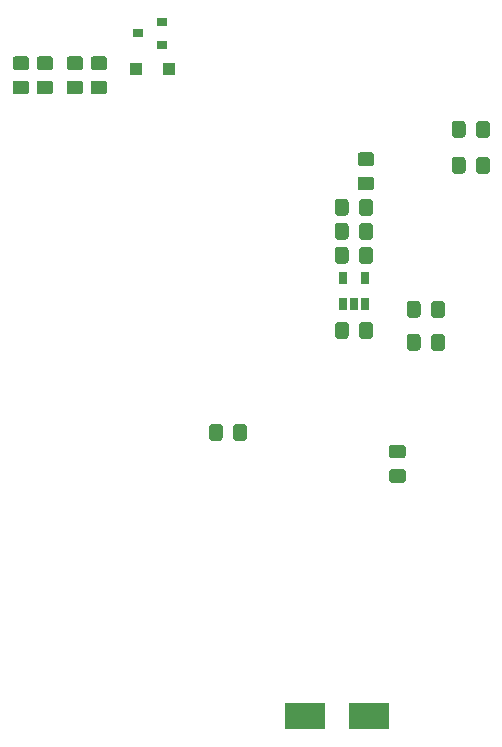
<source format=gbr>
%TF.GenerationSoftware,KiCad,Pcbnew,(5.1.5)-3*%
%TF.CreationDate,2021-07-21T11:08:43+02:00*%
%TF.ProjectId,cece-pcb,63656365-2d70-4636-922e-6b696361645f,rev?*%
%TF.SameCoordinates,Original*%
%TF.FileFunction,Paste,Bot*%
%TF.FilePolarity,Positive*%
%FSLAX46Y46*%
G04 Gerber Fmt 4.6, Leading zero omitted, Abs format (unit mm)*
G04 Created by KiCad (PCBNEW (5.1.5)-3) date 2021-07-21 11:08:43*
%MOMM*%
%LPD*%
G04 APERTURE LIST*
%ADD10C,0.100000*%
%ADD11R,1.100000X1.100000*%
%ADD12R,0.900000X0.800000*%
%ADD13R,0.650000X1.060000*%
%ADD14R,3.500000X2.300000*%
G04 APERTURE END LIST*
D10*
%TO.C,R109*%
G36*
X123557505Y-59499204D02*
G01*
X123581773Y-59502804D01*
X123605572Y-59508765D01*
X123628671Y-59517030D01*
X123650850Y-59527520D01*
X123671893Y-59540132D01*
X123691599Y-59554747D01*
X123709777Y-59571223D01*
X123726253Y-59589401D01*
X123740868Y-59609107D01*
X123753480Y-59630150D01*
X123763970Y-59652329D01*
X123772235Y-59675428D01*
X123778196Y-59699227D01*
X123781796Y-59723495D01*
X123783000Y-59747999D01*
X123783000Y-60648001D01*
X123781796Y-60672505D01*
X123778196Y-60696773D01*
X123772235Y-60720572D01*
X123763970Y-60743671D01*
X123753480Y-60765850D01*
X123740868Y-60786893D01*
X123726253Y-60806599D01*
X123709777Y-60824777D01*
X123691599Y-60841253D01*
X123671893Y-60855868D01*
X123650850Y-60868480D01*
X123628671Y-60878970D01*
X123605572Y-60887235D01*
X123581773Y-60893196D01*
X123557505Y-60896796D01*
X123533001Y-60898000D01*
X122882999Y-60898000D01*
X122858495Y-60896796D01*
X122834227Y-60893196D01*
X122810428Y-60887235D01*
X122787329Y-60878970D01*
X122765150Y-60868480D01*
X122744107Y-60855868D01*
X122724401Y-60841253D01*
X122706223Y-60824777D01*
X122689747Y-60806599D01*
X122675132Y-60786893D01*
X122662520Y-60765850D01*
X122652030Y-60743671D01*
X122643765Y-60720572D01*
X122637804Y-60696773D01*
X122634204Y-60672505D01*
X122633000Y-60648001D01*
X122633000Y-59747999D01*
X122634204Y-59723495D01*
X122637804Y-59699227D01*
X122643765Y-59675428D01*
X122652030Y-59652329D01*
X122662520Y-59630150D01*
X122675132Y-59609107D01*
X122689747Y-59589401D01*
X122706223Y-59571223D01*
X122724401Y-59554747D01*
X122744107Y-59540132D01*
X122765150Y-59527520D01*
X122787329Y-59517030D01*
X122810428Y-59508765D01*
X122834227Y-59502804D01*
X122858495Y-59499204D01*
X122882999Y-59498000D01*
X123533001Y-59498000D01*
X123557505Y-59499204D01*
G37*
G36*
X121507505Y-59499204D02*
G01*
X121531773Y-59502804D01*
X121555572Y-59508765D01*
X121578671Y-59517030D01*
X121600850Y-59527520D01*
X121621893Y-59540132D01*
X121641599Y-59554747D01*
X121659777Y-59571223D01*
X121676253Y-59589401D01*
X121690868Y-59609107D01*
X121703480Y-59630150D01*
X121713970Y-59652329D01*
X121722235Y-59675428D01*
X121728196Y-59699227D01*
X121731796Y-59723495D01*
X121733000Y-59747999D01*
X121733000Y-60648001D01*
X121731796Y-60672505D01*
X121728196Y-60696773D01*
X121722235Y-60720572D01*
X121713970Y-60743671D01*
X121703480Y-60765850D01*
X121690868Y-60786893D01*
X121676253Y-60806599D01*
X121659777Y-60824777D01*
X121641599Y-60841253D01*
X121621893Y-60855868D01*
X121600850Y-60868480D01*
X121578671Y-60878970D01*
X121555572Y-60887235D01*
X121531773Y-60893196D01*
X121507505Y-60896796D01*
X121483001Y-60898000D01*
X120832999Y-60898000D01*
X120808495Y-60896796D01*
X120784227Y-60893196D01*
X120760428Y-60887235D01*
X120737329Y-60878970D01*
X120715150Y-60868480D01*
X120694107Y-60855868D01*
X120674401Y-60841253D01*
X120656223Y-60824777D01*
X120639747Y-60806599D01*
X120625132Y-60786893D01*
X120612520Y-60765850D01*
X120602030Y-60743671D01*
X120593765Y-60720572D01*
X120587804Y-60696773D01*
X120584204Y-60672505D01*
X120583000Y-60648001D01*
X120583000Y-59747999D01*
X120584204Y-59723495D01*
X120587804Y-59699227D01*
X120593765Y-59675428D01*
X120602030Y-59652329D01*
X120612520Y-59630150D01*
X120625132Y-59609107D01*
X120639747Y-59589401D01*
X120656223Y-59571223D01*
X120674401Y-59554747D01*
X120694107Y-59540132D01*
X120715150Y-59527520D01*
X120737329Y-59517030D01*
X120760428Y-59508765D01*
X120784227Y-59502804D01*
X120808495Y-59499204D01*
X120832999Y-59498000D01*
X121483001Y-59498000D01*
X121507505Y-59499204D01*
G37*
%TD*%
%TO.C,R106*%
G36*
X136999505Y-61266204D02*
G01*
X137023773Y-61269804D01*
X137047572Y-61275765D01*
X137070671Y-61284030D01*
X137092850Y-61294520D01*
X137113893Y-61307132D01*
X137133599Y-61321747D01*
X137151777Y-61338223D01*
X137168253Y-61356401D01*
X137182868Y-61376107D01*
X137195480Y-61397150D01*
X137205970Y-61419329D01*
X137214235Y-61442428D01*
X137220196Y-61466227D01*
X137223796Y-61490495D01*
X137225000Y-61514999D01*
X137225000Y-62165001D01*
X137223796Y-62189505D01*
X137220196Y-62213773D01*
X137214235Y-62237572D01*
X137205970Y-62260671D01*
X137195480Y-62282850D01*
X137182868Y-62303893D01*
X137168253Y-62323599D01*
X137151777Y-62341777D01*
X137133599Y-62358253D01*
X137113893Y-62372868D01*
X137092850Y-62385480D01*
X137070671Y-62395970D01*
X137047572Y-62404235D01*
X137023773Y-62410196D01*
X136999505Y-62413796D01*
X136975001Y-62415000D01*
X136074999Y-62415000D01*
X136050495Y-62413796D01*
X136026227Y-62410196D01*
X136002428Y-62404235D01*
X135979329Y-62395970D01*
X135957150Y-62385480D01*
X135936107Y-62372868D01*
X135916401Y-62358253D01*
X135898223Y-62341777D01*
X135881747Y-62323599D01*
X135867132Y-62303893D01*
X135854520Y-62282850D01*
X135844030Y-62260671D01*
X135835765Y-62237572D01*
X135829804Y-62213773D01*
X135826204Y-62189505D01*
X135825000Y-62165001D01*
X135825000Y-61514999D01*
X135826204Y-61490495D01*
X135829804Y-61466227D01*
X135835765Y-61442428D01*
X135844030Y-61419329D01*
X135854520Y-61397150D01*
X135867132Y-61376107D01*
X135881747Y-61356401D01*
X135898223Y-61338223D01*
X135916401Y-61321747D01*
X135936107Y-61307132D01*
X135957150Y-61294520D01*
X135979329Y-61284030D01*
X136002428Y-61275765D01*
X136026227Y-61269804D01*
X136050495Y-61266204D01*
X136074999Y-61265000D01*
X136975001Y-61265000D01*
X136999505Y-61266204D01*
G37*
G36*
X136999505Y-63316204D02*
G01*
X137023773Y-63319804D01*
X137047572Y-63325765D01*
X137070671Y-63334030D01*
X137092850Y-63344520D01*
X137113893Y-63357132D01*
X137133599Y-63371747D01*
X137151777Y-63388223D01*
X137168253Y-63406401D01*
X137182868Y-63426107D01*
X137195480Y-63447150D01*
X137205970Y-63469329D01*
X137214235Y-63492428D01*
X137220196Y-63516227D01*
X137223796Y-63540495D01*
X137225000Y-63564999D01*
X137225000Y-64215001D01*
X137223796Y-64239505D01*
X137220196Y-64263773D01*
X137214235Y-64287572D01*
X137205970Y-64310671D01*
X137195480Y-64332850D01*
X137182868Y-64353893D01*
X137168253Y-64373599D01*
X137151777Y-64391777D01*
X137133599Y-64408253D01*
X137113893Y-64422868D01*
X137092850Y-64435480D01*
X137070671Y-64445970D01*
X137047572Y-64454235D01*
X137023773Y-64460196D01*
X136999505Y-64463796D01*
X136975001Y-64465000D01*
X136074999Y-64465000D01*
X136050495Y-64463796D01*
X136026227Y-64460196D01*
X136002428Y-64454235D01*
X135979329Y-64445970D01*
X135957150Y-64435480D01*
X135936107Y-64422868D01*
X135916401Y-64408253D01*
X135898223Y-64391777D01*
X135881747Y-64373599D01*
X135867132Y-64353893D01*
X135854520Y-64332850D01*
X135844030Y-64310671D01*
X135835765Y-64287572D01*
X135829804Y-64263773D01*
X135826204Y-64239505D01*
X135825000Y-64215001D01*
X135825000Y-63564999D01*
X135826204Y-63540495D01*
X135829804Y-63516227D01*
X135835765Y-63492428D01*
X135844030Y-63469329D01*
X135854520Y-63447150D01*
X135867132Y-63426107D01*
X135881747Y-63406401D01*
X135898223Y-63388223D01*
X135916401Y-63371747D01*
X135936107Y-63357132D01*
X135957150Y-63344520D01*
X135979329Y-63334030D01*
X136002428Y-63325765D01*
X136026227Y-63319804D01*
X136050495Y-63316204D01*
X136074999Y-63315000D01*
X136975001Y-63315000D01*
X136999505Y-63316204D01*
G37*
%TD*%
%TO.C,C104*%
G36*
X132166505Y-40449204D02*
G01*
X132190773Y-40452804D01*
X132214572Y-40458765D01*
X132237671Y-40467030D01*
X132259850Y-40477520D01*
X132280893Y-40490132D01*
X132300599Y-40504747D01*
X132318777Y-40521223D01*
X132335253Y-40539401D01*
X132349868Y-40559107D01*
X132362480Y-40580150D01*
X132372970Y-40602329D01*
X132381235Y-40625428D01*
X132387196Y-40649227D01*
X132390796Y-40673495D01*
X132392000Y-40697999D01*
X132392000Y-41598001D01*
X132390796Y-41622505D01*
X132387196Y-41646773D01*
X132381235Y-41670572D01*
X132372970Y-41693671D01*
X132362480Y-41715850D01*
X132349868Y-41736893D01*
X132335253Y-41756599D01*
X132318777Y-41774777D01*
X132300599Y-41791253D01*
X132280893Y-41805868D01*
X132259850Y-41818480D01*
X132237671Y-41828970D01*
X132214572Y-41837235D01*
X132190773Y-41843196D01*
X132166505Y-41846796D01*
X132142001Y-41848000D01*
X131491999Y-41848000D01*
X131467495Y-41846796D01*
X131443227Y-41843196D01*
X131419428Y-41837235D01*
X131396329Y-41828970D01*
X131374150Y-41818480D01*
X131353107Y-41805868D01*
X131333401Y-41791253D01*
X131315223Y-41774777D01*
X131298747Y-41756599D01*
X131284132Y-41736893D01*
X131271520Y-41715850D01*
X131261030Y-41693671D01*
X131252765Y-41670572D01*
X131246804Y-41646773D01*
X131243204Y-41622505D01*
X131242000Y-41598001D01*
X131242000Y-40697999D01*
X131243204Y-40673495D01*
X131246804Y-40649227D01*
X131252765Y-40625428D01*
X131261030Y-40602329D01*
X131271520Y-40580150D01*
X131284132Y-40559107D01*
X131298747Y-40539401D01*
X131315223Y-40521223D01*
X131333401Y-40504747D01*
X131353107Y-40490132D01*
X131374150Y-40477520D01*
X131396329Y-40467030D01*
X131419428Y-40458765D01*
X131443227Y-40452804D01*
X131467495Y-40449204D01*
X131491999Y-40448000D01*
X132142001Y-40448000D01*
X132166505Y-40449204D01*
G37*
G36*
X134216505Y-40449204D02*
G01*
X134240773Y-40452804D01*
X134264572Y-40458765D01*
X134287671Y-40467030D01*
X134309850Y-40477520D01*
X134330893Y-40490132D01*
X134350599Y-40504747D01*
X134368777Y-40521223D01*
X134385253Y-40539401D01*
X134399868Y-40559107D01*
X134412480Y-40580150D01*
X134422970Y-40602329D01*
X134431235Y-40625428D01*
X134437196Y-40649227D01*
X134440796Y-40673495D01*
X134442000Y-40697999D01*
X134442000Y-41598001D01*
X134440796Y-41622505D01*
X134437196Y-41646773D01*
X134431235Y-41670572D01*
X134422970Y-41693671D01*
X134412480Y-41715850D01*
X134399868Y-41736893D01*
X134385253Y-41756599D01*
X134368777Y-41774777D01*
X134350599Y-41791253D01*
X134330893Y-41805868D01*
X134309850Y-41818480D01*
X134287671Y-41828970D01*
X134264572Y-41837235D01*
X134240773Y-41843196D01*
X134216505Y-41846796D01*
X134192001Y-41848000D01*
X133541999Y-41848000D01*
X133517495Y-41846796D01*
X133493227Y-41843196D01*
X133469428Y-41837235D01*
X133446329Y-41828970D01*
X133424150Y-41818480D01*
X133403107Y-41805868D01*
X133383401Y-41791253D01*
X133365223Y-41774777D01*
X133348747Y-41756599D01*
X133334132Y-41736893D01*
X133321520Y-41715850D01*
X133311030Y-41693671D01*
X133302765Y-41670572D01*
X133296804Y-41646773D01*
X133293204Y-41622505D01*
X133292000Y-41598001D01*
X133292000Y-40697999D01*
X133293204Y-40673495D01*
X133296804Y-40649227D01*
X133302765Y-40625428D01*
X133311030Y-40602329D01*
X133321520Y-40580150D01*
X133334132Y-40559107D01*
X133348747Y-40539401D01*
X133365223Y-40521223D01*
X133383401Y-40504747D01*
X133403107Y-40490132D01*
X133424150Y-40477520D01*
X133446329Y-40467030D01*
X133469428Y-40458765D01*
X133493227Y-40452804D01*
X133517495Y-40449204D01*
X133541999Y-40448000D01*
X134192001Y-40448000D01*
X134216505Y-40449204D01*
G37*
%TD*%
D11*
%TO.C,D102*%
X117224000Y-29464000D03*
X114424000Y-29464000D03*
%TD*%
D12*
%TO.C,D101*%
X114570000Y-26416000D03*
X116570000Y-27366000D03*
X116570000Y-25466000D03*
%TD*%
D13*
%TO.C,U101*%
X133792000Y-47160000D03*
X131892000Y-47160000D03*
X131892000Y-49360000D03*
X132842000Y-49360000D03*
X133792000Y-49360000D03*
%TD*%
D10*
%TO.C,R107*%
G36*
X107154505Y-30423204D02*
G01*
X107178773Y-30426804D01*
X107202572Y-30432765D01*
X107225671Y-30441030D01*
X107247850Y-30451520D01*
X107268893Y-30464132D01*
X107288599Y-30478747D01*
X107306777Y-30495223D01*
X107323253Y-30513401D01*
X107337868Y-30533107D01*
X107350480Y-30554150D01*
X107360970Y-30576329D01*
X107369235Y-30599428D01*
X107375196Y-30623227D01*
X107378796Y-30647495D01*
X107380000Y-30671999D01*
X107380000Y-31322001D01*
X107378796Y-31346505D01*
X107375196Y-31370773D01*
X107369235Y-31394572D01*
X107360970Y-31417671D01*
X107350480Y-31439850D01*
X107337868Y-31460893D01*
X107323253Y-31480599D01*
X107306777Y-31498777D01*
X107288599Y-31515253D01*
X107268893Y-31529868D01*
X107247850Y-31542480D01*
X107225671Y-31552970D01*
X107202572Y-31561235D01*
X107178773Y-31567196D01*
X107154505Y-31570796D01*
X107130001Y-31572000D01*
X106229999Y-31572000D01*
X106205495Y-31570796D01*
X106181227Y-31567196D01*
X106157428Y-31561235D01*
X106134329Y-31552970D01*
X106112150Y-31542480D01*
X106091107Y-31529868D01*
X106071401Y-31515253D01*
X106053223Y-31498777D01*
X106036747Y-31480599D01*
X106022132Y-31460893D01*
X106009520Y-31439850D01*
X105999030Y-31417671D01*
X105990765Y-31394572D01*
X105984804Y-31370773D01*
X105981204Y-31346505D01*
X105980000Y-31322001D01*
X105980000Y-30671999D01*
X105981204Y-30647495D01*
X105984804Y-30623227D01*
X105990765Y-30599428D01*
X105999030Y-30576329D01*
X106009520Y-30554150D01*
X106022132Y-30533107D01*
X106036747Y-30513401D01*
X106053223Y-30495223D01*
X106071401Y-30478747D01*
X106091107Y-30464132D01*
X106112150Y-30451520D01*
X106134329Y-30441030D01*
X106157428Y-30432765D01*
X106181227Y-30426804D01*
X106205495Y-30423204D01*
X106229999Y-30422000D01*
X107130001Y-30422000D01*
X107154505Y-30423204D01*
G37*
G36*
X107154505Y-28373204D02*
G01*
X107178773Y-28376804D01*
X107202572Y-28382765D01*
X107225671Y-28391030D01*
X107247850Y-28401520D01*
X107268893Y-28414132D01*
X107288599Y-28428747D01*
X107306777Y-28445223D01*
X107323253Y-28463401D01*
X107337868Y-28483107D01*
X107350480Y-28504150D01*
X107360970Y-28526329D01*
X107369235Y-28549428D01*
X107375196Y-28573227D01*
X107378796Y-28597495D01*
X107380000Y-28621999D01*
X107380000Y-29272001D01*
X107378796Y-29296505D01*
X107375196Y-29320773D01*
X107369235Y-29344572D01*
X107360970Y-29367671D01*
X107350480Y-29389850D01*
X107337868Y-29410893D01*
X107323253Y-29430599D01*
X107306777Y-29448777D01*
X107288599Y-29465253D01*
X107268893Y-29479868D01*
X107247850Y-29492480D01*
X107225671Y-29502970D01*
X107202572Y-29511235D01*
X107178773Y-29517196D01*
X107154505Y-29520796D01*
X107130001Y-29522000D01*
X106229999Y-29522000D01*
X106205495Y-29520796D01*
X106181227Y-29517196D01*
X106157428Y-29511235D01*
X106134329Y-29502970D01*
X106112150Y-29492480D01*
X106091107Y-29479868D01*
X106071401Y-29465253D01*
X106053223Y-29448777D01*
X106036747Y-29430599D01*
X106022132Y-29410893D01*
X106009520Y-29389850D01*
X105999030Y-29367671D01*
X105990765Y-29344572D01*
X105984804Y-29320773D01*
X105981204Y-29296505D01*
X105980000Y-29272001D01*
X105980000Y-28621999D01*
X105981204Y-28597495D01*
X105984804Y-28573227D01*
X105990765Y-28549428D01*
X105999030Y-28526329D01*
X106009520Y-28504150D01*
X106022132Y-28483107D01*
X106036747Y-28463401D01*
X106053223Y-28445223D01*
X106071401Y-28428747D01*
X106091107Y-28414132D01*
X106112150Y-28401520D01*
X106134329Y-28391030D01*
X106157428Y-28382765D01*
X106181227Y-28376804D01*
X106205495Y-28373204D01*
X106229999Y-28372000D01*
X107130001Y-28372000D01*
X107154505Y-28373204D01*
G37*
%TD*%
%TO.C,R105*%
G36*
X109694505Y-30423204D02*
G01*
X109718773Y-30426804D01*
X109742572Y-30432765D01*
X109765671Y-30441030D01*
X109787850Y-30451520D01*
X109808893Y-30464132D01*
X109828599Y-30478747D01*
X109846777Y-30495223D01*
X109863253Y-30513401D01*
X109877868Y-30533107D01*
X109890480Y-30554150D01*
X109900970Y-30576329D01*
X109909235Y-30599428D01*
X109915196Y-30623227D01*
X109918796Y-30647495D01*
X109920000Y-30671999D01*
X109920000Y-31322001D01*
X109918796Y-31346505D01*
X109915196Y-31370773D01*
X109909235Y-31394572D01*
X109900970Y-31417671D01*
X109890480Y-31439850D01*
X109877868Y-31460893D01*
X109863253Y-31480599D01*
X109846777Y-31498777D01*
X109828599Y-31515253D01*
X109808893Y-31529868D01*
X109787850Y-31542480D01*
X109765671Y-31552970D01*
X109742572Y-31561235D01*
X109718773Y-31567196D01*
X109694505Y-31570796D01*
X109670001Y-31572000D01*
X108769999Y-31572000D01*
X108745495Y-31570796D01*
X108721227Y-31567196D01*
X108697428Y-31561235D01*
X108674329Y-31552970D01*
X108652150Y-31542480D01*
X108631107Y-31529868D01*
X108611401Y-31515253D01*
X108593223Y-31498777D01*
X108576747Y-31480599D01*
X108562132Y-31460893D01*
X108549520Y-31439850D01*
X108539030Y-31417671D01*
X108530765Y-31394572D01*
X108524804Y-31370773D01*
X108521204Y-31346505D01*
X108520000Y-31322001D01*
X108520000Y-30671999D01*
X108521204Y-30647495D01*
X108524804Y-30623227D01*
X108530765Y-30599428D01*
X108539030Y-30576329D01*
X108549520Y-30554150D01*
X108562132Y-30533107D01*
X108576747Y-30513401D01*
X108593223Y-30495223D01*
X108611401Y-30478747D01*
X108631107Y-30464132D01*
X108652150Y-30451520D01*
X108674329Y-30441030D01*
X108697428Y-30432765D01*
X108721227Y-30426804D01*
X108745495Y-30423204D01*
X108769999Y-30422000D01*
X109670001Y-30422000D01*
X109694505Y-30423204D01*
G37*
G36*
X109694505Y-28373204D02*
G01*
X109718773Y-28376804D01*
X109742572Y-28382765D01*
X109765671Y-28391030D01*
X109787850Y-28401520D01*
X109808893Y-28414132D01*
X109828599Y-28428747D01*
X109846777Y-28445223D01*
X109863253Y-28463401D01*
X109877868Y-28483107D01*
X109890480Y-28504150D01*
X109900970Y-28526329D01*
X109909235Y-28549428D01*
X109915196Y-28573227D01*
X109918796Y-28597495D01*
X109920000Y-28621999D01*
X109920000Y-29272001D01*
X109918796Y-29296505D01*
X109915196Y-29320773D01*
X109909235Y-29344572D01*
X109900970Y-29367671D01*
X109890480Y-29389850D01*
X109877868Y-29410893D01*
X109863253Y-29430599D01*
X109846777Y-29448777D01*
X109828599Y-29465253D01*
X109808893Y-29479868D01*
X109787850Y-29492480D01*
X109765671Y-29502970D01*
X109742572Y-29511235D01*
X109718773Y-29517196D01*
X109694505Y-29520796D01*
X109670001Y-29522000D01*
X108769999Y-29522000D01*
X108745495Y-29520796D01*
X108721227Y-29517196D01*
X108697428Y-29511235D01*
X108674329Y-29502970D01*
X108652150Y-29492480D01*
X108631107Y-29479868D01*
X108611401Y-29465253D01*
X108593223Y-29448777D01*
X108576747Y-29430599D01*
X108562132Y-29410893D01*
X108549520Y-29389850D01*
X108539030Y-29367671D01*
X108530765Y-29344572D01*
X108524804Y-29320773D01*
X108521204Y-29296505D01*
X108520000Y-29272001D01*
X108520000Y-28621999D01*
X108521204Y-28597495D01*
X108524804Y-28573227D01*
X108530765Y-28549428D01*
X108539030Y-28526329D01*
X108549520Y-28504150D01*
X108562132Y-28483107D01*
X108576747Y-28463401D01*
X108593223Y-28445223D01*
X108611401Y-28428747D01*
X108631107Y-28414132D01*
X108652150Y-28401520D01*
X108674329Y-28391030D01*
X108697428Y-28382765D01*
X108721227Y-28376804D01*
X108745495Y-28373204D01*
X108769999Y-28372000D01*
X109670001Y-28372000D01*
X109694505Y-28373204D01*
G37*
%TD*%
%TO.C,R104*%
G36*
X138262505Y-51879204D02*
G01*
X138286773Y-51882804D01*
X138310572Y-51888765D01*
X138333671Y-51897030D01*
X138355850Y-51907520D01*
X138376893Y-51920132D01*
X138396599Y-51934747D01*
X138414777Y-51951223D01*
X138431253Y-51969401D01*
X138445868Y-51989107D01*
X138458480Y-52010150D01*
X138468970Y-52032329D01*
X138477235Y-52055428D01*
X138483196Y-52079227D01*
X138486796Y-52103495D01*
X138488000Y-52127999D01*
X138488000Y-53028001D01*
X138486796Y-53052505D01*
X138483196Y-53076773D01*
X138477235Y-53100572D01*
X138468970Y-53123671D01*
X138458480Y-53145850D01*
X138445868Y-53166893D01*
X138431253Y-53186599D01*
X138414777Y-53204777D01*
X138396599Y-53221253D01*
X138376893Y-53235868D01*
X138355850Y-53248480D01*
X138333671Y-53258970D01*
X138310572Y-53267235D01*
X138286773Y-53273196D01*
X138262505Y-53276796D01*
X138238001Y-53278000D01*
X137587999Y-53278000D01*
X137563495Y-53276796D01*
X137539227Y-53273196D01*
X137515428Y-53267235D01*
X137492329Y-53258970D01*
X137470150Y-53248480D01*
X137449107Y-53235868D01*
X137429401Y-53221253D01*
X137411223Y-53204777D01*
X137394747Y-53186599D01*
X137380132Y-53166893D01*
X137367520Y-53145850D01*
X137357030Y-53123671D01*
X137348765Y-53100572D01*
X137342804Y-53076773D01*
X137339204Y-53052505D01*
X137338000Y-53028001D01*
X137338000Y-52127999D01*
X137339204Y-52103495D01*
X137342804Y-52079227D01*
X137348765Y-52055428D01*
X137357030Y-52032329D01*
X137367520Y-52010150D01*
X137380132Y-51989107D01*
X137394747Y-51969401D01*
X137411223Y-51951223D01*
X137429401Y-51934747D01*
X137449107Y-51920132D01*
X137470150Y-51907520D01*
X137492329Y-51897030D01*
X137515428Y-51888765D01*
X137539227Y-51882804D01*
X137563495Y-51879204D01*
X137587999Y-51878000D01*
X138238001Y-51878000D01*
X138262505Y-51879204D01*
G37*
G36*
X140312505Y-51879204D02*
G01*
X140336773Y-51882804D01*
X140360572Y-51888765D01*
X140383671Y-51897030D01*
X140405850Y-51907520D01*
X140426893Y-51920132D01*
X140446599Y-51934747D01*
X140464777Y-51951223D01*
X140481253Y-51969401D01*
X140495868Y-51989107D01*
X140508480Y-52010150D01*
X140518970Y-52032329D01*
X140527235Y-52055428D01*
X140533196Y-52079227D01*
X140536796Y-52103495D01*
X140538000Y-52127999D01*
X140538000Y-53028001D01*
X140536796Y-53052505D01*
X140533196Y-53076773D01*
X140527235Y-53100572D01*
X140518970Y-53123671D01*
X140508480Y-53145850D01*
X140495868Y-53166893D01*
X140481253Y-53186599D01*
X140464777Y-53204777D01*
X140446599Y-53221253D01*
X140426893Y-53235868D01*
X140405850Y-53248480D01*
X140383671Y-53258970D01*
X140360572Y-53267235D01*
X140336773Y-53273196D01*
X140312505Y-53276796D01*
X140288001Y-53278000D01*
X139637999Y-53278000D01*
X139613495Y-53276796D01*
X139589227Y-53273196D01*
X139565428Y-53267235D01*
X139542329Y-53258970D01*
X139520150Y-53248480D01*
X139499107Y-53235868D01*
X139479401Y-53221253D01*
X139461223Y-53204777D01*
X139444747Y-53186599D01*
X139430132Y-53166893D01*
X139417520Y-53145850D01*
X139407030Y-53123671D01*
X139398765Y-53100572D01*
X139392804Y-53076773D01*
X139389204Y-53052505D01*
X139388000Y-53028001D01*
X139388000Y-52127999D01*
X139389204Y-52103495D01*
X139392804Y-52079227D01*
X139398765Y-52055428D01*
X139407030Y-52032329D01*
X139417520Y-52010150D01*
X139430132Y-51989107D01*
X139444747Y-51969401D01*
X139461223Y-51951223D01*
X139479401Y-51934747D01*
X139499107Y-51920132D01*
X139520150Y-51907520D01*
X139542329Y-51897030D01*
X139565428Y-51888765D01*
X139589227Y-51882804D01*
X139613495Y-51879204D01*
X139637999Y-51878000D01*
X140288001Y-51878000D01*
X140312505Y-51879204D01*
G37*
%TD*%
%TO.C,R103*%
G36*
X138262505Y-49085204D02*
G01*
X138286773Y-49088804D01*
X138310572Y-49094765D01*
X138333671Y-49103030D01*
X138355850Y-49113520D01*
X138376893Y-49126132D01*
X138396599Y-49140747D01*
X138414777Y-49157223D01*
X138431253Y-49175401D01*
X138445868Y-49195107D01*
X138458480Y-49216150D01*
X138468970Y-49238329D01*
X138477235Y-49261428D01*
X138483196Y-49285227D01*
X138486796Y-49309495D01*
X138488000Y-49333999D01*
X138488000Y-50234001D01*
X138486796Y-50258505D01*
X138483196Y-50282773D01*
X138477235Y-50306572D01*
X138468970Y-50329671D01*
X138458480Y-50351850D01*
X138445868Y-50372893D01*
X138431253Y-50392599D01*
X138414777Y-50410777D01*
X138396599Y-50427253D01*
X138376893Y-50441868D01*
X138355850Y-50454480D01*
X138333671Y-50464970D01*
X138310572Y-50473235D01*
X138286773Y-50479196D01*
X138262505Y-50482796D01*
X138238001Y-50484000D01*
X137587999Y-50484000D01*
X137563495Y-50482796D01*
X137539227Y-50479196D01*
X137515428Y-50473235D01*
X137492329Y-50464970D01*
X137470150Y-50454480D01*
X137449107Y-50441868D01*
X137429401Y-50427253D01*
X137411223Y-50410777D01*
X137394747Y-50392599D01*
X137380132Y-50372893D01*
X137367520Y-50351850D01*
X137357030Y-50329671D01*
X137348765Y-50306572D01*
X137342804Y-50282773D01*
X137339204Y-50258505D01*
X137338000Y-50234001D01*
X137338000Y-49333999D01*
X137339204Y-49309495D01*
X137342804Y-49285227D01*
X137348765Y-49261428D01*
X137357030Y-49238329D01*
X137367520Y-49216150D01*
X137380132Y-49195107D01*
X137394747Y-49175401D01*
X137411223Y-49157223D01*
X137429401Y-49140747D01*
X137449107Y-49126132D01*
X137470150Y-49113520D01*
X137492329Y-49103030D01*
X137515428Y-49094765D01*
X137539227Y-49088804D01*
X137563495Y-49085204D01*
X137587999Y-49084000D01*
X138238001Y-49084000D01*
X138262505Y-49085204D01*
G37*
G36*
X140312505Y-49085204D02*
G01*
X140336773Y-49088804D01*
X140360572Y-49094765D01*
X140383671Y-49103030D01*
X140405850Y-49113520D01*
X140426893Y-49126132D01*
X140446599Y-49140747D01*
X140464777Y-49157223D01*
X140481253Y-49175401D01*
X140495868Y-49195107D01*
X140508480Y-49216150D01*
X140518970Y-49238329D01*
X140527235Y-49261428D01*
X140533196Y-49285227D01*
X140536796Y-49309495D01*
X140538000Y-49333999D01*
X140538000Y-50234001D01*
X140536796Y-50258505D01*
X140533196Y-50282773D01*
X140527235Y-50306572D01*
X140518970Y-50329671D01*
X140508480Y-50351850D01*
X140495868Y-50372893D01*
X140481253Y-50392599D01*
X140464777Y-50410777D01*
X140446599Y-50427253D01*
X140426893Y-50441868D01*
X140405850Y-50454480D01*
X140383671Y-50464970D01*
X140360572Y-50473235D01*
X140336773Y-50479196D01*
X140312505Y-50482796D01*
X140288001Y-50484000D01*
X139637999Y-50484000D01*
X139613495Y-50482796D01*
X139589227Y-50479196D01*
X139565428Y-50473235D01*
X139542329Y-50464970D01*
X139520150Y-50454480D01*
X139499107Y-50441868D01*
X139479401Y-50427253D01*
X139461223Y-50410777D01*
X139444747Y-50392599D01*
X139430132Y-50372893D01*
X139417520Y-50351850D01*
X139407030Y-50329671D01*
X139398765Y-50306572D01*
X139392804Y-50282773D01*
X139389204Y-50258505D01*
X139388000Y-50234001D01*
X139388000Y-49333999D01*
X139389204Y-49309495D01*
X139392804Y-49285227D01*
X139398765Y-49261428D01*
X139407030Y-49238329D01*
X139417520Y-49216150D01*
X139430132Y-49195107D01*
X139444747Y-49175401D01*
X139461223Y-49157223D01*
X139479401Y-49140747D01*
X139499107Y-49126132D01*
X139520150Y-49113520D01*
X139542329Y-49103030D01*
X139565428Y-49094765D01*
X139589227Y-49088804D01*
X139613495Y-49085204D01*
X139637999Y-49084000D01*
X140288001Y-49084000D01*
X140312505Y-49085204D01*
G37*
%TD*%
%TO.C,R102*%
G36*
X142072505Y-33845204D02*
G01*
X142096773Y-33848804D01*
X142120572Y-33854765D01*
X142143671Y-33863030D01*
X142165850Y-33873520D01*
X142186893Y-33886132D01*
X142206599Y-33900747D01*
X142224777Y-33917223D01*
X142241253Y-33935401D01*
X142255868Y-33955107D01*
X142268480Y-33976150D01*
X142278970Y-33998329D01*
X142287235Y-34021428D01*
X142293196Y-34045227D01*
X142296796Y-34069495D01*
X142298000Y-34093999D01*
X142298000Y-34994001D01*
X142296796Y-35018505D01*
X142293196Y-35042773D01*
X142287235Y-35066572D01*
X142278970Y-35089671D01*
X142268480Y-35111850D01*
X142255868Y-35132893D01*
X142241253Y-35152599D01*
X142224777Y-35170777D01*
X142206599Y-35187253D01*
X142186893Y-35201868D01*
X142165850Y-35214480D01*
X142143671Y-35224970D01*
X142120572Y-35233235D01*
X142096773Y-35239196D01*
X142072505Y-35242796D01*
X142048001Y-35244000D01*
X141397999Y-35244000D01*
X141373495Y-35242796D01*
X141349227Y-35239196D01*
X141325428Y-35233235D01*
X141302329Y-35224970D01*
X141280150Y-35214480D01*
X141259107Y-35201868D01*
X141239401Y-35187253D01*
X141221223Y-35170777D01*
X141204747Y-35152599D01*
X141190132Y-35132893D01*
X141177520Y-35111850D01*
X141167030Y-35089671D01*
X141158765Y-35066572D01*
X141152804Y-35042773D01*
X141149204Y-35018505D01*
X141148000Y-34994001D01*
X141148000Y-34093999D01*
X141149204Y-34069495D01*
X141152804Y-34045227D01*
X141158765Y-34021428D01*
X141167030Y-33998329D01*
X141177520Y-33976150D01*
X141190132Y-33955107D01*
X141204747Y-33935401D01*
X141221223Y-33917223D01*
X141239401Y-33900747D01*
X141259107Y-33886132D01*
X141280150Y-33873520D01*
X141302329Y-33863030D01*
X141325428Y-33854765D01*
X141349227Y-33848804D01*
X141373495Y-33845204D01*
X141397999Y-33844000D01*
X142048001Y-33844000D01*
X142072505Y-33845204D01*
G37*
G36*
X144122505Y-33845204D02*
G01*
X144146773Y-33848804D01*
X144170572Y-33854765D01*
X144193671Y-33863030D01*
X144215850Y-33873520D01*
X144236893Y-33886132D01*
X144256599Y-33900747D01*
X144274777Y-33917223D01*
X144291253Y-33935401D01*
X144305868Y-33955107D01*
X144318480Y-33976150D01*
X144328970Y-33998329D01*
X144337235Y-34021428D01*
X144343196Y-34045227D01*
X144346796Y-34069495D01*
X144348000Y-34093999D01*
X144348000Y-34994001D01*
X144346796Y-35018505D01*
X144343196Y-35042773D01*
X144337235Y-35066572D01*
X144328970Y-35089671D01*
X144318480Y-35111850D01*
X144305868Y-35132893D01*
X144291253Y-35152599D01*
X144274777Y-35170777D01*
X144256599Y-35187253D01*
X144236893Y-35201868D01*
X144215850Y-35214480D01*
X144193671Y-35224970D01*
X144170572Y-35233235D01*
X144146773Y-35239196D01*
X144122505Y-35242796D01*
X144098001Y-35244000D01*
X143447999Y-35244000D01*
X143423495Y-35242796D01*
X143399227Y-35239196D01*
X143375428Y-35233235D01*
X143352329Y-35224970D01*
X143330150Y-35214480D01*
X143309107Y-35201868D01*
X143289401Y-35187253D01*
X143271223Y-35170777D01*
X143254747Y-35152599D01*
X143240132Y-35132893D01*
X143227520Y-35111850D01*
X143217030Y-35089671D01*
X143208765Y-35066572D01*
X143202804Y-35042773D01*
X143199204Y-35018505D01*
X143198000Y-34994001D01*
X143198000Y-34093999D01*
X143199204Y-34069495D01*
X143202804Y-34045227D01*
X143208765Y-34021428D01*
X143217030Y-33998329D01*
X143227520Y-33976150D01*
X143240132Y-33955107D01*
X143254747Y-33935401D01*
X143271223Y-33917223D01*
X143289401Y-33900747D01*
X143309107Y-33886132D01*
X143330150Y-33873520D01*
X143352329Y-33863030D01*
X143375428Y-33854765D01*
X143399227Y-33848804D01*
X143423495Y-33845204D01*
X143447999Y-33844000D01*
X144098001Y-33844000D01*
X144122505Y-33845204D01*
G37*
%TD*%
%TO.C,R101*%
G36*
X142072505Y-36893204D02*
G01*
X142096773Y-36896804D01*
X142120572Y-36902765D01*
X142143671Y-36911030D01*
X142165850Y-36921520D01*
X142186893Y-36934132D01*
X142206599Y-36948747D01*
X142224777Y-36965223D01*
X142241253Y-36983401D01*
X142255868Y-37003107D01*
X142268480Y-37024150D01*
X142278970Y-37046329D01*
X142287235Y-37069428D01*
X142293196Y-37093227D01*
X142296796Y-37117495D01*
X142298000Y-37141999D01*
X142298000Y-38042001D01*
X142296796Y-38066505D01*
X142293196Y-38090773D01*
X142287235Y-38114572D01*
X142278970Y-38137671D01*
X142268480Y-38159850D01*
X142255868Y-38180893D01*
X142241253Y-38200599D01*
X142224777Y-38218777D01*
X142206599Y-38235253D01*
X142186893Y-38249868D01*
X142165850Y-38262480D01*
X142143671Y-38272970D01*
X142120572Y-38281235D01*
X142096773Y-38287196D01*
X142072505Y-38290796D01*
X142048001Y-38292000D01*
X141397999Y-38292000D01*
X141373495Y-38290796D01*
X141349227Y-38287196D01*
X141325428Y-38281235D01*
X141302329Y-38272970D01*
X141280150Y-38262480D01*
X141259107Y-38249868D01*
X141239401Y-38235253D01*
X141221223Y-38218777D01*
X141204747Y-38200599D01*
X141190132Y-38180893D01*
X141177520Y-38159850D01*
X141167030Y-38137671D01*
X141158765Y-38114572D01*
X141152804Y-38090773D01*
X141149204Y-38066505D01*
X141148000Y-38042001D01*
X141148000Y-37141999D01*
X141149204Y-37117495D01*
X141152804Y-37093227D01*
X141158765Y-37069428D01*
X141167030Y-37046329D01*
X141177520Y-37024150D01*
X141190132Y-37003107D01*
X141204747Y-36983401D01*
X141221223Y-36965223D01*
X141239401Y-36948747D01*
X141259107Y-36934132D01*
X141280150Y-36921520D01*
X141302329Y-36911030D01*
X141325428Y-36902765D01*
X141349227Y-36896804D01*
X141373495Y-36893204D01*
X141397999Y-36892000D01*
X142048001Y-36892000D01*
X142072505Y-36893204D01*
G37*
G36*
X144122505Y-36893204D02*
G01*
X144146773Y-36896804D01*
X144170572Y-36902765D01*
X144193671Y-36911030D01*
X144215850Y-36921520D01*
X144236893Y-36934132D01*
X144256599Y-36948747D01*
X144274777Y-36965223D01*
X144291253Y-36983401D01*
X144305868Y-37003107D01*
X144318480Y-37024150D01*
X144328970Y-37046329D01*
X144337235Y-37069428D01*
X144343196Y-37093227D01*
X144346796Y-37117495D01*
X144348000Y-37141999D01*
X144348000Y-38042001D01*
X144346796Y-38066505D01*
X144343196Y-38090773D01*
X144337235Y-38114572D01*
X144328970Y-38137671D01*
X144318480Y-38159850D01*
X144305868Y-38180893D01*
X144291253Y-38200599D01*
X144274777Y-38218777D01*
X144256599Y-38235253D01*
X144236893Y-38249868D01*
X144215850Y-38262480D01*
X144193671Y-38272970D01*
X144170572Y-38281235D01*
X144146773Y-38287196D01*
X144122505Y-38290796D01*
X144098001Y-38292000D01*
X143447999Y-38292000D01*
X143423495Y-38290796D01*
X143399227Y-38287196D01*
X143375428Y-38281235D01*
X143352329Y-38272970D01*
X143330150Y-38262480D01*
X143309107Y-38249868D01*
X143289401Y-38235253D01*
X143271223Y-38218777D01*
X143254747Y-38200599D01*
X143240132Y-38180893D01*
X143227520Y-38159850D01*
X143217030Y-38137671D01*
X143208765Y-38114572D01*
X143202804Y-38090773D01*
X143199204Y-38066505D01*
X143198000Y-38042001D01*
X143198000Y-37141999D01*
X143199204Y-37117495D01*
X143202804Y-37093227D01*
X143208765Y-37069428D01*
X143217030Y-37046329D01*
X143227520Y-37024150D01*
X143240132Y-37003107D01*
X143254747Y-36983401D01*
X143271223Y-36965223D01*
X143289401Y-36948747D01*
X143309107Y-36934132D01*
X143330150Y-36921520D01*
X143352329Y-36911030D01*
X143375428Y-36902765D01*
X143399227Y-36896804D01*
X143423495Y-36893204D01*
X143447999Y-36892000D01*
X144098001Y-36892000D01*
X144122505Y-36893204D01*
G37*
%TD*%
%TO.C,FB101*%
G36*
X134332505Y-38551204D02*
G01*
X134356773Y-38554804D01*
X134380572Y-38560765D01*
X134403671Y-38569030D01*
X134425850Y-38579520D01*
X134446893Y-38592132D01*
X134466599Y-38606747D01*
X134484777Y-38623223D01*
X134501253Y-38641401D01*
X134515868Y-38661107D01*
X134528480Y-38682150D01*
X134538970Y-38704329D01*
X134547235Y-38727428D01*
X134553196Y-38751227D01*
X134556796Y-38775495D01*
X134558000Y-38799999D01*
X134558000Y-39450001D01*
X134556796Y-39474505D01*
X134553196Y-39498773D01*
X134547235Y-39522572D01*
X134538970Y-39545671D01*
X134528480Y-39567850D01*
X134515868Y-39588893D01*
X134501253Y-39608599D01*
X134484777Y-39626777D01*
X134466599Y-39643253D01*
X134446893Y-39657868D01*
X134425850Y-39670480D01*
X134403671Y-39680970D01*
X134380572Y-39689235D01*
X134356773Y-39695196D01*
X134332505Y-39698796D01*
X134308001Y-39700000D01*
X133407999Y-39700000D01*
X133383495Y-39698796D01*
X133359227Y-39695196D01*
X133335428Y-39689235D01*
X133312329Y-39680970D01*
X133290150Y-39670480D01*
X133269107Y-39657868D01*
X133249401Y-39643253D01*
X133231223Y-39626777D01*
X133214747Y-39608599D01*
X133200132Y-39588893D01*
X133187520Y-39567850D01*
X133177030Y-39545671D01*
X133168765Y-39522572D01*
X133162804Y-39498773D01*
X133159204Y-39474505D01*
X133158000Y-39450001D01*
X133158000Y-38799999D01*
X133159204Y-38775495D01*
X133162804Y-38751227D01*
X133168765Y-38727428D01*
X133177030Y-38704329D01*
X133187520Y-38682150D01*
X133200132Y-38661107D01*
X133214747Y-38641401D01*
X133231223Y-38623223D01*
X133249401Y-38606747D01*
X133269107Y-38592132D01*
X133290150Y-38579520D01*
X133312329Y-38569030D01*
X133335428Y-38560765D01*
X133359227Y-38554804D01*
X133383495Y-38551204D01*
X133407999Y-38550000D01*
X134308001Y-38550000D01*
X134332505Y-38551204D01*
G37*
G36*
X134332505Y-36501204D02*
G01*
X134356773Y-36504804D01*
X134380572Y-36510765D01*
X134403671Y-36519030D01*
X134425850Y-36529520D01*
X134446893Y-36542132D01*
X134466599Y-36556747D01*
X134484777Y-36573223D01*
X134501253Y-36591401D01*
X134515868Y-36611107D01*
X134528480Y-36632150D01*
X134538970Y-36654329D01*
X134547235Y-36677428D01*
X134553196Y-36701227D01*
X134556796Y-36725495D01*
X134558000Y-36749999D01*
X134558000Y-37400001D01*
X134556796Y-37424505D01*
X134553196Y-37448773D01*
X134547235Y-37472572D01*
X134538970Y-37495671D01*
X134528480Y-37517850D01*
X134515868Y-37538893D01*
X134501253Y-37558599D01*
X134484777Y-37576777D01*
X134466599Y-37593253D01*
X134446893Y-37607868D01*
X134425850Y-37620480D01*
X134403671Y-37630970D01*
X134380572Y-37639235D01*
X134356773Y-37645196D01*
X134332505Y-37648796D01*
X134308001Y-37650000D01*
X133407999Y-37650000D01*
X133383495Y-37648796D01*
X133359227Y-37645196D01*
X133335428Y-37639235D01*
X133312329Y-37630970D01*
X133290150Y-37620480D01*
X133269107Y-37607868D01*
X133249401Y-37593253D01*
X133231223Y-37576777D01*
X133214747Y-37558599D01*
X133200132Y-37538893D01*
X133187520Y-37517850D01*
X133177030Y-37495671D01*
X133168765Y-37472572D01*
X133162804Y-37448773D01*
X133159204Y-37424505D01*
X133158000Y-37400001D01*
X133158000Y-36749999D01*
X133159204Y-36725495D01*
X133162804Y-36701227D01*
X133168765Y-36677428D01*
X133177030Y-36654329D01*
X133187520Y-36632150D01*
X133200132Y-36611107D01*
X133214747Y-36591401D01*
X133231223Y-36573223D01*
X133249401Y-36556747D01*
X133269107Y-36542132D01*
X133290150Y-36529520D01*
X133312329Y-36519030D01*
X133335428Y-36510765D01*
X133359227Y-36504804D01*
X133383495Y-36501204D01*
X133407999Y-36500000D01*
X134308001Y-36500000D01*
X134332505Y-36501204D01*
G37*
%TD*%
D14*
%TO.C,D203*%
X128745000Y-84185000D03*
X134145000Y-84185000D03*
%TD*%
D10*
%TO.C,C106*%
G36*
X111726505Y-30423204D02*
G01*
X111750773Y-30426804D01*
X111774572Y-30432765D01*
X111797671Y-30441030D01*
X111819850Y-30451520D01*
X111840893Y-30464132D01*
X111860599Y-30478747D01*
X111878777Y-30495223D01*
X111895253Y-30513401D01*
X111909868Y-30533107D01*
X111922480Y-30554150D01*
X111932970Y-30576329D01*
X111941235Y-30599428D01*
X111947196Y-30623227D01*
X111950796Y-30647495D01*
X111952000Y-30671999D01*
X111952000Y-31322001D01*
X111950796Y-31346505D01*
X111947196Y-31370773D01*
X111941235Y-31394572D01*
X111932970Y-31417671D01*
X111922480Y-31439850D01*
X111909868Y-31460893D01*
X111895253Y-31480599D01*
X111878777Y-31498777D01*
X111860599Y-31515253D01*
X111840893Y-31529868D01*
X111819850Y-31542480D01*
X111797671Y-31552970D01*
X111774572Y-31561235D01*
X111750773Y-31567196D01*
X111726505Y-31570796D01*
X111702001Y-31572000D01*
X110801999Y-31572000D01*
X110777495Y-31570796D01*
X110753227Y-31567196D01*
X110729428Y-31561235D01*
X110706329Y-31552970D01*
X110684150Y-31542480D01*
X110663107Y-31529868D01*
X110643401Y-31515253D01*
X110625223Y-31498777D01*
X110608747Y-31480599D01*
X110594132Y-31460893D01*
X110581520Y-31439850D01*
X110571030Y-31417671D01*
X110562765Y-31394572D01*
X110556804Y-31370773D01*
X110553204Y-31346505D01*
X110552000Y-31322001D01*
X110552000Y-30671999D01*
X110553204Y-30647495D01*
X110556804Y-30623227D01*
X110562765Y-30599428D01*
X110571030Y-30576329D01*
X110581520Y-30554150D01*
X110594132Y-30533107D01*
X110608747Y-30513401D01*
X110625223Y-30495223D01*
X110643401Y-30478747D01*
X110663107Y-30464132D01*
X110684150Y-30451520D01*
X110706329Y-30441030D01*
X110729428Y-30432765D01*
X110753227Y-30426804D01*
X110777495Y-30423204D01*
X110801999Y-30422000D01*
X111702001Y-30422000D01*
X111726505Y-30423204D01*
G37*
G36*
X111726505Y-28373204D02*
G01*
X111750773Y-28376804D01*
X111774572Y-28382765D01*
X111797671Y-28391030D01*
X111819850Y-28401520D01*
X111840893Y-28414132D01*
X111860599Y-28428747D01*
X111878777Y-28445223D01*
X111895253Y-28463401D01*
X111909868Y-28483107D01*
X111922480Y-28504150D01*
X111932970Y-28526329D01*
X111941235Y-28549428D01*
X111947196Y-28573227D01*
X111950796Y-28597495D01*
X111952000Y-28621999D01*
X111952000Y-29272001D01*
X111950796Y-29296505D01*
X111947196Y-29320773D01*
X111941235Y-29344572D01*
X111932970Y-29367671D01*
X111922480Y-29389850D01*
X111909868Y-29410893D01*
X111895253Y-29430599D01*
X111878777Y-29448777D01*
X111860599Y-29465253D01*
X111840893Y-29479868D01*
X111819850Y-29492480D01*
X111797671Y-29502970D01*
X111774572Y-29511235D01*
X111750773Y-29517196D01*
X111726505Y-29520796D01*
X111702001Y-29522000D01*
X110801999Y-29522000D01*
X110777495Y-29520796D01*
X110753227Y-29517196D01*
X110729428Y-29511235D01*
X110706329Y-29502970D01*
X110684150Y-29492480D01*
X110663107Y-29479868D01*
X110643401Y-29465253D01*
X110625223Y-29448777D01*
X110608747Y-29430599D01*
X110594132Y-29410893D01*
X110581520Y-29389850D01*
X110571030Y-29367671D01*
X110562765Y-29344572D01*
X110556804Y-29320773D01*
X110553204Y-29296505D01*
X110552000Y-29272001D01*
X110552000Y-28621999D01*
X110553204Y-28597495D01*
X110556804Y-28573227D01*
X110562765Y-28549428D01*
X110571030Y-28526329D01*
X110581520Y-28504150D01*
X110594132Y-28483107D01*
X110608747Y-28463401D01*
X110625223Y-28445223D01*
X110643401Y-28428747D01*
X110663107Y-28414132D01*
X110684150Y-28401520D01*
X110706329Y-28391030D01*
X110729428Y-28382765D01*
X110753227Y-28376804D01*
X110777495Y-28373204D01*
X110801999Y-28372000D01*
X111702001Y-28372000D01*
X111726505Y-28373204D01*
G37*
%TD*%
%TO.C,C105*%
G36*
X105122505Y-28373204D02*
G01*
X105146773Y-28376804D01*
X105170572Y-28382765D01*
X105193671Y-28391030D01*
X105215850Y-28401520D01*
X105236893Y-28414132D01*
X105256599Y-28428747D01*
X105274777Y-28445223D01*
X105291253Y-28463401D01*
X105305868Y-28483107D01*
X105318480Y-28504150D01*
X105328970Y-28526329D01*
X105337235Y-28549428D01*
X105343196Y-28573227D01*
X105346796Y-28597495D01*
X105348000Y-28621999D01*
X105348000Y-29272001D01*
X105346796Y-29296505D01*
X105343196Y-29320773D01*
X105337235Y-29344572D01*
X105328970Y-29367671D01*
X105318480Y-29389850D01*
X105305868Y-29410893D01*
X105291253Y-29430599D01*
X105274777Y-29448777D01*
X105256599Y-29465253D01*
X105236893Y-29479868D01*
X105215850Y-29492480D01*
X105193671Y-29502970D01*
X105170572Y-29511235D01*
X105146773Y-29517196D01*
X105122505Y-29520796D01*
X105098001Y-29522000D01*
X104197999Y-29522000D01*
X104173495Y-29520796D01*
X104149227Y-29517196D01*
X104125428Y-29511235D01*
X104102329Y-29502970D01*
X104080150Y-29492480D01*
X104059107Y-29479868D01*
X104039401Y-29465253D01*
X104021223Y-29448777D01*
X104004747Y-29430599D01*
X103990132Y-29410893D01*
X103977520Y-29389850D01*
X103967030Y-29367671D01*
X103958765Y-29344572D01*
X103952804Y-29320773D01*
X103949204Y-29296505D01*
X103948000Y-29272001D01*
X103948000Y-28621999D01*
X103949204Y-28597495D01*
X103952804Y-28573227D01*
X103958765Y-28549428D01*
X103967030Y-28526329D01*
X103977520Y-28504150D01*
X103990132Y-28483107D01*
X104004747Y-28463401D01*
X104021223Y-28445223D01*
X104039401Y-28428747D01*
X104059107Y-28414132D01*
X104080150Y-28401520D01*
X104102329Y-28391030D01*
X104125428Y-28382765D01*
X104149227Y-28376804D01*
X104173495Y-28373204D01*
X104197999Y-28372000D01*
X105098001Y-28372000D01*
X105122505Y-28373204D01*
G37*
G36*
X105122505Y-30423204D02*
G01*
X105146773Y-30426804D01*
X105170572Y-30432765D01*
X105193671Y-30441030D01*
X105215850Y-30451520D01*
X105236893Y-30464132D01*
X105256599Y-30478747D01*
X105274777Y-30495223D01*
X105291253Y-30513401D01*
X105305868Y-30533107D01*
X105318480Y-30554150D01*
X105328970Y-30576329D01*
X105337235Y-30599428D01*
X105343196Y-30623227D01*
X105346796Y-30647495D01*
X105348000Y-30671999D01*
X105348000Y-31322001D01*
X105346796Y-31346505D01*
X105343196Y-31370773D01*
X105337235Y-31394572D01*
X105328970Y-31417671D01*
X105318480Y-31439850D01*
X105305868Y-31460893D01*
X105291253Y-31480599D01*
X105274777Y-31498777D01*
X105256599Y-31515253D01*
X105236893Y-31529868D01*
X105215850Y-31542480D01*
X105193671Y-31552970D01*
X105170572Y-31561235D01*
X105146773Y-31567196D01*
X105122505Y-31570796D01*
X105098001Y-31572000D01*
X104197999Y-31572000D01*
X104173495Y-31570796D01*
X104149227Y-31567196D01*
X104125428Y-31561235D01*
X104102329Y-31552970D01*
X104080150Y-31542480D01*
X104059107Y-31529868D01*
X104039401Y-31515253D01*
X104021223Y-31498777D01*
X104004747Y-31480599D01*
X103990132Y-31460893D01*
X103977520Y-31439850D01*
X103967030Y-31417671D01*
X103958765Y-31394572D01*
X103952804Y-31370773D01*
X103949204Y-31346505D01*
X103948000Y-31322001D01*
X103948000Y-30671999D01*
X103949204Y-30647495D01*
X103952804Y-30623227D01*
X103958765Y-30599428D01*
X103967030Y-30576329D01*
X103977520Y-30554150D01*
X103990132Y-30533107D01*
X104004747Y-30513401D01*
X104021223Y-30495223D01*
X104039401Y-30478747D01*
X104059107Y-30464132D01*
X104080150Y-30451520D01*
X104102329Y-30441030D01*
X104125428Y-30432765D01*
X104149227Y-30426804D01*
X104173495Y-30423204D01*
X104197999Y-30422000D01*
X105098001Y-30422000D01*
X105122505Y-30423204D01*
G37*
%TD*%
%TO.C,C103*%
G36*
X132166505Y-42481204D02*
G01*
X132190773Y-42484804D01*
X132214572Y-42490765D01*
X132237671Y-42499030D01*
X132259850Y-42509520D01*
X132280893Y-42522132D01*
X132300599Y-42536747D01*
X132318777Y-42553223D01*
X132335253Y-42571401D01*
X132349868Y-42591107D01*
X132362480Y-42612150D01*
X132372970Y-42634329D01*
X132381235Y-42657428D01*
X132387196Y-42681227D01*
X132390796Y-42705495D01*
X132392000Y-42729999D01*
X132392000Y-43630001D01*
X132390796Y-43654505D01*
X132387196Y-43678773D01*
X132381235Y-43702572D01*
X132372970Y-43725671D01*
X132362480Y-43747850D01*
X132349868Y-43768893D01*
X132335253Y-43788599D01*
X132318777Y-43806777D01*
X132300599Y-43823253D01*
X132280893Y-43837868D01*
X132259850Y-43850480D01*
X132237671Y-43860970D01*
X132214572Y-43869235D01*
X132190773Y-43875196D01*
X132166505Y-43878796D01*
X132142001Y-43880000D01*
X131491999Y-43880000D01*
X131467495Y-43878796D01*
X131443227Y-43875196D01*
X131419428Y-43869235D01*
X131396329Y-43860970D01*
X131374150Y-43850480D01*
X131353107Y-43837868D01*
X131333401Y-43823253D01*
X131315223Y-43806777D01*
X131298747Y-43788599D01*
X131284132Y-43768893D01*
X131271520Y-43747850D01*
X131261030Y-43725671D01*
X131252765Y-43702572D01*
X131246804Y-43678773D01*
X131243204Y-43654505D01*
X131242000Y-43630001D01*
X131242000Y-42729999D01*
X131243204Y-42705495D01*
X131246804Y-42681227D01*
X131252765Y-42657428D01*
X131261030Y-42634329D01*
X131271520Y-42612150D01*
X131284132Y-42591107D01*
X131298747Y-42571401D01*
X131315223Y-42553223D01*
X131333401Y-42536747D01*
X131353107Y-42522132D01*
X131374150Y-42509520D01*
X131396329Y-42499030D01*
X131419428Y-42490765D01*
X131443227Y-42484804D01*
X131467495Y-42481204D01*
X131491999Y-42480000D01*
X132142001Y-42480000D01*
X132166505Y-42481204D01*
G37*
G36*
X134216505Y-42481204D02*
G01*
X134240773Y-42484804D01*
X134264572Y-42490765D01*
X134287671Y-42499030D01*
X134309850Y-42509520D01*
X134330893Y-42522132D01*
X134350599Y-42536747D01*
X134368777Y-42553223D01*
X134385253Y-42571401D01*
X134399868Y-42591107D01*
X134412480Y-42612150D01*
X134422970Y-42634329D01*
X134431235Y-42657428D01*
X134437196Y-42681227D01*
X134440796Y-42705495D01*
X134442000Y-42729999D01*
X134442000Y-43630001D01*
X134440796Y-43654505D01*
X134437196Y-43678773D01*
X134431235Y-43702572D01*
X134422970Y-43725671D01*
X134412480Y-43747850D01*
X134399868Y-43768893D01*
X134385253Y-43788599D01*
X134368777Y-43806777D01*
X134350599Y-43823253D01*
X134330893Y-43837868D01*
X134309850Y-43850480D01*
X134287671Y-43860970D01*
X134264572Y-43869235D01*
X134240773Y-43875196D01*
X134216505Y-43878796D01*
X134192001Y-43880000D01*
X133541999Y-43880000D01*
X133517495Y-43878796D01*
X133493227Y-43875196D01*
X133469428Y-43869235D01*
X133446329Y-43860970D01*
X133424150Y-43850480D01*
X133403107Y-43837868D01*
X133383401Y-43823253D01*
X133365223Y-43806777D01*
X133348747Y-43788599D01*
X133334132Y-43768893D01*
X133321520Y-43747850D01*
X133311030Y-43725671D01*
X133302765Y-43702572D01*
X133296804Y-43678773D01*
X133293204Y-43654505D01*
X133292000Y-43630001D01*
X133292000Y-42729999D01*
X133293204Y-42705495D01*
X133296804Y-42681227D01*
X133302765Y-42657428D01*
X133311030Y-42634329D01*
X133321520Y-42612150D01*
X133334132Y-42591107D01*
X133348747Y-42571401D01*
X133365223Y-42553223D01*
X133383401Y-42536747D01*
X133403107Y-42522132D01*
X133424150Y-42509520D01*
X133446329Y-42499030D01*
X133469428Y-42490765D01*
X133493227Y-42484804D01*
X133517495Y-42481204D01*
X133541999Y-42480000D01*
X134192001Y-42480000D01*
X134216505Y-42481204D01*
G37*
%TD*%
%TO.C,C102*%
G36*
X132166505Y-44513204D02*
G01*
X132190773Y-44516804D01*
X132214572Y-44522765D01*
X132237671Y-44531030D01*
X132259850Y-44541520D01*
X132280893Y-44554132D01*
X132300599Y-44568747D01*
X132318777Y-44585223D01*
X132335253Y-44603401D01*
X132349868Y-44623107D01*
X132362480Y-44644150D01*
X132372970Y-44666329D01*
X132381235Y-44689428D01*
X132387196Y-44713227D01*
X132390796Y-44737495D01*
X132392000Y-44761999D01*
X132392000Y-45662001D01*
X132390796Y-45686505D01*
X132387196Y-45710773D01*
X132381235Y-45734572D01*
X132372970Y-45757671D01*
X132362480Y-45779850D01*
X132349868Y-45800893D01*
X132335253Y-45820599D01*
X132318777Y-45838777D01*
X132300599Y-45855253D01*
X132280893Y-45869868D01*
X132259850Y-45882480D01*
X132237671Y-45892970D01*
X132214572Y-45901235D01*
X132190773Y-45907196D01*
X132166505Y-45910796D01*
X132142001Y-45912000D01*
X131491999Y-45912000D01*
X131467495Y-45910796D01*
X131443227Y-45907196D01*
X131419428Y-45901235D01*
X131396329Y-45892970D01*
X131374150Y-45882480D01*
X131353107Y-45869868D01*
X131333401Y-45855253D01*
X131315223Y-45838777D01*
X131298747Y-45820599D01*
X131284132Y-45800893D01*
X131271520Y-45779850D01*
X131261030Y-45757671D01*
X131252765Y-45734572D01*
X131246804Y-45710773D01*
X131243204Y-45686505D01*
X131242000Y-45662001D01*
X131242000Y-44761999D01*
X131243204Y-44737495D01*
X131246804Y-44713227D01*
X131252765Y-44689428D01*
X131261030Y-44666329D01*
X131271520Y-44644150D01*
X131284132Y-44623107D01*
X131298747Y-44603401D01*
X131315223Y-44585223D01*
X131333401Y-44568747D01*
X131353107Y-44554132D01*
X131374150Y-44541520D01*
X131396329Y-44531030D01*
X131419428Y-44522765D01*
X131443227Y-44516804D01*
X131467495Y-44513204D01*
X131491999Y-44512000D01*
X132142001Y-44512000D01*
X132166505Y-44513204D01*
G37*
G36*
X134216505Y-44513204D02*
G01*
X134240773Y-44516804D01*
X134264572Y-44522765D01*
X134287671Y-44531030D01*
X134309850Y-44541520D01*
X134330893Y-44554132D01*
X134350599Y-44568747D01*
X134368777Y-44585223D01*
X134385253Y-44603401D01*
X134399868Y-44623107D01*
X134412480Y-44644150D01*
X134422970Y-44666329D01*
X134431235Y-44689428D01*
X134437196Y-44713227D01*
X134440796Y-44737495D01*
X134442000Y-44761999D01*
X134442000Y-45662001D01*
X134440796Y-45686505D01*
X134437196Y-45710773D01*
X134431235Y-45734572D01*
X134422970Y-45757671D01*
X134412480Y-45779850D01*
X134399868Y-45800893D01*
X134385253Y-45820599D01*
X134368777Y-45838777D01*
X134350599Y-45855253D01*
X134330893Y-45869868D01*
X134309850Y-45882480D01*
X134287671Y-45892970D01*
X134264572Y-45901235D01*
X134240773Y-45907196D01*
X134216505Y-45910796D01*
X134192001Y-45912000D01*
X133541999Y-45912000D01*
X133517495Y-45910796D01*
X133493227Y-45907196D01*
X133469428Y-45901235D01*
X133446329Y-45892970D01*
X133424150Y-45882480D01*
X133403107Y-45869868D01*
X133383401Y-45855253D01*
X133365223Y-45838777D01*
X133348747Y-45820599D01*
X133334132Y-45800893D01*
X133321520Y-45779850D01*
X133311030Y-45757671D01*
X133302765Y-45734572D01*
X133296804Y-45710773D01*
X133293204Y-45686505D01*
X133292000Y-45662001D01*
X133292000Y-44761999D01*
X133293204Y-44737495D01*
X133296804Y-44713227D01*
X133302765Y-44689428D01*
X133311030Y-44666329D01*
X133321520Y-44644150D01*
X133334132Y-44623107D01*
X133348747Y-44603401D01*
X133365223Y-44585223D01*
X133383401Y-44568747D01*
X133403107Y-44554132D01*
X133424150Y-44541520D01*
X133446329Y-44531030D01*
X133469428Y-44522765D01*
X133493227Y-44516804D01*
X133517495Y-44513204D01*
X133541999Y-44512000D01*
X134192001Y-44512000D01*
X134216505Y-44513204D01*
G37*
%TD*%
%TO.C,C101*%
G36*
X134225505Y-50863204D02*
G01*
X134249773Y-50866804D01*
X134273572Y-50872765D01*
X134296671Y-50881030D01*
X134318850Y-50891520D01*
X134339893Y-50904132D01*
X134359599Y-50918747D01*
X134377777Y-50935223D01*
X134394253Y-50953401D01*
X134408868Y-50973107D01*
X134421480Y-50994150D01*
X134431970Y-51016329D01*
X134440235Y-51039428D01*
X134446196Y-51063227D01*
X134449796Y-51087495D01*
X134451000Y-51111999D01*
X134451000Y-52012001D01*
X134449796Y-52036505D01*
X134446196Y-52060773D01*
X134440235Y-52084572D01*
X134431970Y-52107671D01*
X134421480Y-52129850D01*
X134408868Y-52150893D01*
X134394253Y-52170599D01*
X134377777Y-52188777D01*
X134359599Y-52205253D01*
X134339893Y-52219868D01*
X134318850Y-52232480D01*
X134296671Y-52242970D01*
X134273572Y-52251235D01*
X134249773Y-52257196D01*
X134225505Y-52260796D01*
X134201001Y-52262000D01*
X133550999Y-52262000D01*
X133526495Y-52260796D01*
X133502227Y-52257196D01*
X133478428Y-52251235D01*
X133455329Y-52242970D01*
X133433150Y-52232480D01*
X133412107Y-52219868D01*
X133392401Y-52205253D01*
X133374223Y-52188777D01*
X133357747Y-52170599D01*
X133343132Y-52150893D01*
X133330520Y-52129850D01*
X133320030Y-52107671D01*
X133311765Y-52084572D01*
X133305804Y-52060773D01*
X133302204Y-52036505D01*
X133301000Y-52012001D01*
X133301000Y-51111999D01*
X133302204Y-51087495D01*
X133305804Y-51063227D01*
X133311765Y-51039428D01*
X133320030Y-51016329D01*
X133330520Y-50994150D01*
X133343132Y-50973107D01*
X133357747Y-50953401D01*
X133374223Y-50935223D01*
X133392401Y-50918747D01*
X133412107Y-50904132D01*
X133433150Y-50891520D01*
X133455329Y-50881030D01*
X133478428Y-50872765D01*
X133502227Y-50866804D01*
X133526495Y-50863204D01*
X133550999Y-50862000D01*
X134201001Y-50862000D01*
X134225505Y-50863204D01*
G37*
G36*
X132175505Y-50863204D02*
G01*
X132199773Y-50866804D01*
X132223572Y-50872765D01*
X132246671Y-50881030D01*
X132268850Y-50891520D01*
X132289893Y-50904132D01*
X132309599Y-50918747D01*
X132327777Y-50935223D01*
X132344253Y-50953401D01*
X132358868Y-50973107D01*
X132371480Y-50994150D01*
X132381970Y-51016329D01*
X132390235Y-51039428D01*
X132396196Y-51063227D01*
X132399796Y-51087495D01*
X132401000Y-51111999D01*
X132401000Y-52012001D01*
X132399796Y-52036505D01*
X132396196Y-52060773D01*
X132390235Y-52084572D01*
X132381970Y-52107671D01*
X132371480Y-52129850D01*
X132358868Y-52150893D01*
X132344253Y-52170599D01*
X132327777Y-52188777D01*
X132309599Y-52205253D01*
X132289893Y-52219868D01*
X132268850Y-52232480D01*
X132246671Y-52242970D01*
X132223572Y-52251235D01*
X132199773Y-52257196D01*
X132175505Y-52260796D01*
X132151001Y-52262000D01*
X131500999Y-52262000D01*
X131476495Y-52260796D01*
X131452227Y-52257196D01*
X131428428Y-52251235D01*
X131405329Y-52242970D01*
X131383150Y-52232480D01*
X131362107Y-52219868D01*
X131342401Y-52205253D01*
X131324223Y-52188777D01*
X131307747Y-52170599D01*
X131293132Y-52150893D01*
X131280520Y-52129850D01*
X131270030Y-52107671D01*
X131261765Y-52084572D01*
X131255804Y-52060773D01*
X131252204Y-52036505D01*
X131251000Y-52012001D01*
X131251000Y-51111999D01*
X131252204Y-51087495D01*
X131255804Y-51063227D01*
X131261765Y-51039428D01*
X131270030Y-51016329D01*
X131280520Y-50994150D01*
X131293132Y-50973107D01*
X131307747Y-50953401D01*
X131324223Y-50935223D01*
X131342401Y-50918747D01*
X131362107Y-50904132D01*
X131383150Y-50891520D01*
X131405329Y-50881030D01*
X131428428Y-50872765D01*
X131452227Y-50866804D01*
X131476495Y-50863204D01*
X131500999Y-50862000D01*
X132151001Y-50862000D01*
X132175505Y-50863204D01*
G37*
%TD*%
M02*

</source>
